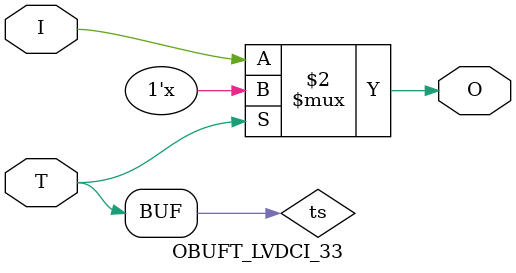
<source format=v>

/*

FUNCTION    : TRI-STATE OUTPUT BUFFER

*/

`celldefine
`timescale  100 ps / 10 ps

module OBUFT_LVDCI_33 (O, I, T);

    output O;

    input  I, T;

    or O1 (ts, 1'b0, T);
    bufif0 T1 (O, I, ts);

endmodule

</source>
